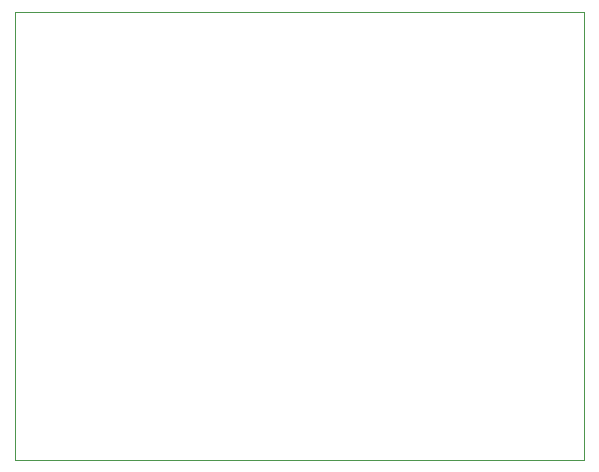
<source format=gbr>
G04 (created by PCBNEW (2013-june-11)-stable) date Mon 30 Oct 2017 03:43:58 PM CET*
%MOIN*%
G04 Gerber Fmt 3.4, Leading zero omitted, Abs format*
%FSLAX34Y34*%
G01*
G70*
G90*
G04 APERTURE LIST*
%ADD10C,0.00590551*%
%ADD11C,0.00393701*%
G04 APERTURE END LIST*
G54D10*
G54D11*
X89276Y-46329D02*
X89276Y-46329D01*
X89276Y-61284D02*
X89276Y-46329D01*
X70289Y-61284D02*
X89276Y-61284D01*
X70289Y-46329D02*
X70289Y-61284D01*
X89276Y-46329D02*
X70289Y-46329D01*
M02*

</source>
